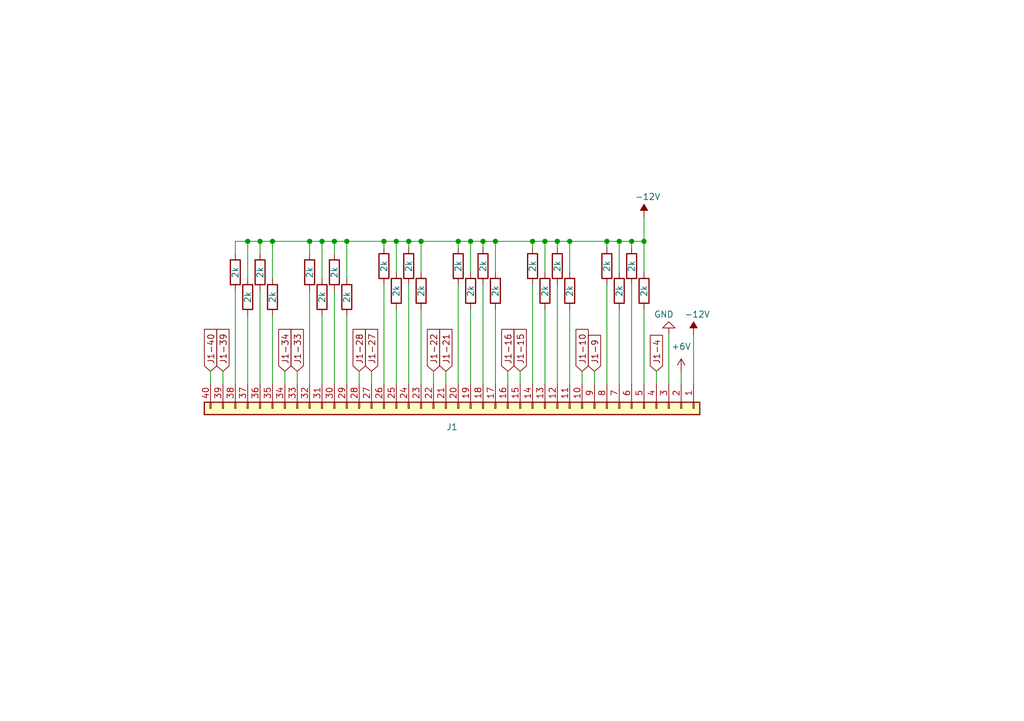
<source format=kicad_sch>
(kicad_sch (version 20250114) (generator "eeschema") (generator_version "9.0")
  (paper "A5")
  (lib_symbols
    (symbol "Connector_Generic:Conn_01x40" (pin_names (offset 1.016) (hide yes))
      (property "Reference" "J" (at 0 50.8 0))
      (property "Value" "Conn_01x40" (at 0 -53.34 0))
      (symbol "Conn_01x40_1_1"
        (rectangle (start -1.27 49.53) (end 1.27 -52.07) (stroke (width 0.254)) (fill (type background)))
        (rectangle (start -1.27 48.387) (end 0 48.133) (stroke (width 0.1524)))
        (rectangle (start -1.27 45.847) (end 0 45.593) (stroke (width 0.1524)))
        (rectangle (start -1.27 43.307) (end 0 43.053) (stroke (width 0.1524)))
        (rectangle (start -1.27 40.767) (end 0 40.513) (stroke (width 0.1524)))
        (rectangle (start -1.27 38.227) (end 0 37.973) (stroke (width 0.1524)))
        (rectangle (start -1.27 35.687) (end 0 35.433) (stroke (width 0.1524)))
        (rectangle (start -1.27 33.147) (end 0 32.893) (stroke (width 0.1524)))
        (rectangle (start -1.27 30.607) (end 0 30.353) (stroke (width 0.1524)))
        (rectangle (start -1.27 28.067) (end 0 27.813) (stroke (width 0.1524)))
        (rectangle (start -1.27 25.527) (end 0 25.273) (stroke (width 0.1524)))
        (rectangle (start -1.27 22.987) (end 0 22.733) (stroke (width 0.1524)))
        (rectangle (start -1.27 20.447) (end 0 20.193) (stroke (width 0.1524)))
        (rectangle (start -1.27 17.907) (end 0 17.653) (stroke (width 0.1524)))
        (rectangle (start -1.27 15.367) (end 0 15.113) (stroke (width 0.1524)))
        (rectangle (start -1.27 12.827) (end 0 12.573) (stroke (width 0.1524)))
        (rectangle (start -1.27 10.287) (end 0 10.033) (stroke (width 0.1524)))
        (rectangle (start -1.27 7.747) (end 0 7.493) (stroke (width 0.1524)))
        (rectangle (start -1.27 5.207) (end 0 4.953) (stroke (width 0.1524)))
        (rectangle (start -1.27 2.667) (end 0 2.413) (stroke (width 0.1524)))
        (rectangle (start -1.27 0.127) (end 0 -0.127) (stroke (width 0.1524)))
        (rectangle (start -1.27 -2.413) (end 0 -2.667) (stroke (width 0.1524)))
        (rectangle (start -1.27 -4.953) (end 0 -5.207) (stroke (width 0.1524)))
        (rectangle (start -1.27 -7.493) (end 0 -7.747) (stroke (width 0.1524)))
        (rectangle (start -1.27 -10.033) (end 0 -10.287) (stroke (width 0.1524)))
        (rectangle (start -1.27 -12.573) (end 0 -12.827) (stroke (width 0.1524)))
        (rectangle (start -1.27 -15.113) (end 0 -15.367) (stroke (width 0.1524)))
        (rectangle (start -1.27 -17.653) (end 0 -17.907) (stroke (width 0.1524)))
        (rectangle (start -1.27 -20.193) (end 0 -20.447) (stroke (width 0.1524)))
        (rectangle (start -1.27 -22.733) (end 0 -22.987) (stroke (width 0.1524)))
        (rectangle (start -1.27 -25.273) (end 0 -25.527) (stroke (width 0.1524)))
        (rectangle (start -1.27 -27.813) (end 0 -28.067) (stroke (width 0.1524)))
        (rectangle (start -1.27 -30.353) (end 0 -30.607) (stroke (width 0.1524)))
        (rectangle (start -1.27 -32.893) (end 0 -33.147) (stroke (width 0.1524)))
        (rectangle (start -1.27 -35.433) (end 0 -35.687) (stroke (width 0.1524)))
        (rectangle (start -1.27 -37.973) (end 0 -38.227) (stroke (width 0.1524)))
        (rectangle (start -1.27 -40.513) (end 0 -40.767) (stroke (width 0.1524)))
        (rectangle (start -1.27 -43.053) (end 0 -43.307) (stroke (width 0.1524)))
        (rectangle (start -1.27 -45.593) (end 0 -45.847) (stroke (width 0.1524)))
        (rectangle (start -1.27 -48.133) (end 0 -48.387) (stroke (width 0.1524)))
        (rectangle (start -1.27 -50.673) (end 0 -50.927) (stroke (width 0.1524)))
        (pin passive line (at -5.08 48.26 0) (length 3.81) (name "Pin_1") (number "1"))
        (pin passive line (at -5.08 45.72 0) (length 3.81) (name "Pin_2") (number "2"))
        (pin passive line (at -5.08 43.18 0) (length 3.81) (name "Pin_3") (number "3"))
        (pin passive line (at -5.08 40.64 0) (length 3.81) (name "Pin_4") (number "4"))
        (pin passive line (at -5.08 38.1 0) (length 3.81) (name "Pin_5") (number "5"))
        (pin passive line (at -5.08 35.56 0) (length 3.81) (name "Pin_6") (number "6"))
        (pin passive line (at -5.08 33.02 0) (length 3.81) (name "Pin_7") (number "7"))
        (pin passive line (at -5.08 30.48 0) (length 3.81) (name "Pin_8") (number "8"))
        (pin passive line (at -5.08 27.94 0) (length 3.81) (name "Pin_9") (number "9"))
        (pin passive line (at -5.08 25.4 0) (length 3.81) (name "Pin_10") (number "10"))
        (pin passive line (at -5.08 22.86 0) (length 3.81) (name "Pin_11") (number "11"))
        (pin passive line (at -5.08 20.32 0) (length 3.81) (name "Pin_12") (number "12"))
        (pin passive line (at -5.08 17.78 0) (length 3.81) (name "Pin_13") (number "13"))
        (pin passive line (at -5.08 15.24 0) (length 3.81) (name "Pin_14") (number "14"))
        (pin passive line (at -5.08 12.7 0) (length 3.81) (name "Pin_15") (number "15"))
        (pin passive line (at -5.08 10.16 0) (length 3.81) (name "Pin_16") (number "16"))
        (pin passive line (at -5.08 7.62 0) (length 3.81) (name "Pin_17") (number "17"))
        (pin passive line (at -5.08 5.08 0) (length 3.81) (name "Pin_18") (number "18"))
        (pin passive line (at -5.08 2.54 0) (length 3.81) (name "Pin_19") (number "19"))
        (pin passive line (at -5.08 0 0) (length 3.81) (name "Pin_20") (number "20"))
        (pin passive line (at -5.08 -2.54 0) (length 3.81) (name "Pin_21") (number "21"))
        (pin passive line (at -5.08 -5.08 0) (length 3.81) (name "Pin_22") (number "22"))
        (pin passive line (at -5.08 -7.62 0) (length 3.81) (name "Pin_23") (number "23"))
        (pin passive line (at -5.08 -10.16 0) (length 3.81) (name "Pin_24") (number "24"))
        (pin passive line (at -5.08 -12.7 0) (length 3.81) (name "Pin_25") (number "25"))
        (pin passive line (at -5.08 -15.24 0) (length 3.81) (name "Pin_26") (number "26"))
        (pin passive line (at -5.08 -17.78 0) (length 3.81) (name "Pin_27") (number "27"))
        (pin passive line (at -5.08 -20.32 0) (length 3.81) (name "Pin_28") (number "28"))
        (pin passive line (at -5.08 -22.86 0) (length 3.81) (name "Pin_29") (number "29"))
        (pin passive line (at -5.08 -25.4 0) (length 3.81) (name "Pin_30") (number "30"))
        (pin passive line (at -5.08 -27.94 0) (length 3.81) (name "Pin_31") (number "31"))
        (pin passive line (at -5.08 -30.48 0) (length 3.81) (name "Pin_32") (number "32"))
        (pin passive line (at -5.08 -33.02 0) (length 3.81) (name "Pin_33") (number "33"))
        (pin passive line (at -5.08 -35.56 0) (length 3.81) (name "Pin_34") (number "34"))
        (pin passive line (at -5.08 -38.1 0) (length 3.81) (name "Pin_35") (number "35"))
        (pin passive line (at -5.08 -40.64 0) (length 3.81) (name "Pin_36") (number "36"))
        (pin passive line (at -5.08 -43.18 0) (length 3.81) (name "Pin_37") (number "37"))
        (pin passive line (at -5.08 -45.72 0) (length 3.81) (name "Pin_38") (number "38"))
        (pin passive line (at -5.08 -48.26 0) (length 3.81) (name "Pin_39") (number "39"))
        (pin passive line (at -5.08 -50.8 0) (length 3.81) (name "Pin_40") (number "40"))
      )
    )
    (symbol "Device:R" (pin_numbers (hide yes)) (pin_names (offset 0))
      (property "Reference" "R" (at 2.032 0 90))
      (property "Value" "R" (at 0 0 90))
      (symbol "R_0_1"
        (rectangle (start -1.016 -2.54) (end 1.016 2.54) (stroke (width 0.254)))
      )
      (symbol "R_1_1"
        (pin passive line (at 0 3.81 270) (length 1.27) (name "~") (number "1"))
        (pin passive line (at 0 -3.81 90) (length 1.27) (name "~") (number "2"))
      )
    )
    (symbol "power:+6V" (power) (pin_numbers (hide yes)) (pin_names (offset 0) (hide yes))
      (property "Value" "+6V" (at 0 3.556 0))
      (symbol "+6V_0_1"
        (polyline (pts (xy -0.762 1.27) (xy 0 2.54)))
        (polyline (pts (xy 0 2.54) (xy 0.762 1.27)))
        (polyline (pts (xy 0 0) (xy 0 2.54)))
      )
      (symbol "+6V_1_1"
        (pin power_in line (at 0 0 90) (length 0) (name "~") (number "1"))
      )
    )
    (symbol "power:-12V" (power) (pin_numbers (hide yes)) (pin_names (offset 0) (hide yes))
      (property "Value" "-12V" (at 0 3.556 0))
      (symbol "-12V_0_0"
        (pin power_in line (at 0 0 90) (length 0) (name "~") (number "1"))
      )
      (symbol "-12V_0_1"
        (polyline (pts (xy 0 0) (xy 0 1.27) (xy 0.762 1.27) (xy 0 2.54) (xy -0.762 1.27) (xy 0 1.27)) (fill (type outline)))
      )
    )
    (symbol "power:GND" (power) (pin_numbers (hide yes)) (pin_names (offset 0) (hide yes))
      (property "Value" "GND" (at 0 -3.81 0))
      (symbol "GND_0_1"
        (polyline (pts (xy 0 0) (xy 0 -1.27) (xy 1.27 -1.27) (xy 0 -2.54) (xy -1.27 -1.27) (xy 0 -1.27)))
      )
      (symbol "GND_1_1"
        (pin power_in line (at 0 0 270) (length 0) (name "~") (number "1"))
      )
    )
  )
  (junction (at 114.3 49.53))
  (junction (at 66.04 49.53))
  (junction (at 81.28 49.53))
  (junction (at 116.84 49.53))
  (junction (at 93.98 49.53))
  (junction (at 96.52 49.53))
  (junction (at 124.46 49.53))
  (junction (at 50.8 49.53))
  (junction (at 68.58 49.53))
  (junction (at 109.22 49.53))
  (junction (at 111.76 49.53))
  (junction (at 132.08 49.53))
  (junction (at 101.6 49.53))
  (junction (at 71.12 49.53))
  (junction (at 63.5 49.53))
  (junction (at 129.54 49.53))
  (junction (at 127 49.53))
  (junction (at 53.34 49.53))
  (junction (at 83.82 49.53))
  (junction (at 86.36 49.53))
  (junction (at 78.74 49.53))
  (junction (at 55.88 49.53))
  (junction (at 99.06 49.53))
  (wire (pts (xy 109.22 49.53) (xy 109.22 50.8)))
  (wire (pts (xy 71.12 49.53) (xy 71.12 57.15)))
  (wire (pts (xy 109.22 58.42) (xy 109.22 78.74)))
  (wire (pts (xy 48.26 52.07) (xy 48.26 49.53)))
  (wire (pts (xy 116.84 49.53) (xy 116.84 55.88)))
  (wire (pts (xy 96.52 63.5) (xy 96.52 78.74)))
  (wire (pts (xy 86.36 63.5) (xy 86.36 78.74)))
  (wire (pts (xy 137.16 68.58) (xy 137.16 78.74)))
  (wire (pts (xy 58.42 76.2) (xy 58.42 78.74)))
  (wire (pts (xy 99.06 49.53) (xy 101.6 49.53)))
  (wire (pts (xy 66.04 49.53) (xy 66.04 57.15)))
  (wire (pts (xy 53.34 52.07) (xy 53.34 49.53)))
  (wire (pts (xy 50.8 49.53) (xy 53.34 49.53)))
  (wire (pts (xy 83.82 58.42) (xy 83.82 78.74)))
  (wire (pts (xy 63.5 59.69) (xy 63.5 78.74)))
  (wire (pts (xy 83.82 49.53) (xy 83.82 50.8)))
  (wire (pts (xy 53.34 59.69) (xy 53.34 78.74)))
  (wire (pts (xy 93.98 49.53) (xy 93.98 50.8)))
  (wire (pts (xy 81.28 63.5) (xy 81.28 78.74)))
  (wire (pts (xy 129.54 50.8) (xy 129.54 49.53)))
  (wire (pts (xy 114.3 58.42) (xy 114.3 78.74)))
  (wire (pts (xy 48.26 49.53) (xy 50.8 49.53)))
  (wire (pts (xy 114.3 49.53) (xy 114.3 50.8)))
  (wire (pts (xy 127 49.53) (xy 127 55.88)))
  (wire (pts (xy 68.58 59.69) (xy 68.58 78.74)))
  (wire (pts (xy 76.2 76.2) (xy 76.2 78.74)))
  (wire (pts (xy 129.54 49.53) (xy 132.08 49.53)))
  (wire (pts (xy 73.66 76.2) (xy 73.66 78.74)))
  (wire (pts (xy 124.46 49.53) (xy 127 49.53)))
  (wire (pts (xy 78.74 49.53) (xy 81.28 49.53)))
  (wire (pts (xy 81.28 49.53) (xy 83.82 49.53)))
  (wire (pts (xy 66.04 49.53) (xy 68.58 49.53)))
  (wire (pts (xy 116.84 49.53) (xy 124.46 49.53)))
  (wire (pts (xy 66.04 64.77) (xy 66.04 78.74)))
  (wire (pts (xy 93.98 49.53) (xy 96.52 49.53)))
  (wire (pts (xy 50.8 49.53) (xy 50.8 57.15)))
  (wire (pts (xy 53.34 49.53) (xy 55.88 49.53)))
  (wire (pts (xy 71.12 49.53) (xy 78.74 49.53)))
  (wire (pts (xy 43.18 76.2) (xy 43.18 78.74)))
  (wire (pts (xy 81.28 49.53) (xy 81.28 55.88)))
  (wire (pts (xy 104.14 76.2) (xy 104.14 78.74)))
  (wire (pts (xy 78.74 49.53) (xy 78.74 50.8)))
  (wire (pts (xy 111.76 49.53) (xy 114.3 49.53)))
  (wire (pts (xy 121.92 76.2) (xy 121.92 78.74)))
  (wire (pts (xy 50.8 64.77) (xy 50.8 78.74)))
  (wire (pts (xy 96.52 49.53) (xy 96.52 55.88)))
  (wire (pts (xy 114.3 49.53) (xy 116.84 49.53)))
  (wire (pts (xy 96.52 49.53) (xy 99.06 49.53)))
  (wire (pts (xy 99.06 49.53) (xy 99.06 50.8)))
  (wire (pts (xy 134.62 76.2) (xy 134.62 78.74)))
  (wire (pts (xy 91.44 76.2) (xy 91.44 78.74)))
  (wire (pts (xy 101.6 49.53) (xy 101.6 55.88)))
  (wire (pts (xy 109.22 49.53) (xy 111.76 49.53)))
  (wire (pts (xy 116.84 63.5) (xy 116.84 78.74)))
  (wire (pts (xy 132.08 49.53) (xy 132.08 55.88)))
  (wire (pts (xy 101.6 63.5) (xy 101.6 78.74)))
  (wire (pts (xy 55.88 49.53) (xy 63.5 49.53)))
  (wire (pts (xy 68.58 49.53) (xy 68.58 52.07)))
  (wire (pts (xy 60.96 76.2) (xy 60.96 78.74)))
  (wire (pts (xy 142.24 68.58) (xy 142.24 78.74)))
  (wire (pts (xy 93.98 58.42) (xy 93.98 78.74)))
  (wire (pts (xy 99.06 58.42) (xy 99.06 78.74)))
  (wire (pts (xy 48.26 59.69) (xy 48.26 78.74)))
  (wire (pts (xy 127 63.5) (xy 127 78.74)))
  (wire (pts (xy 45.72 76.2) (xy 45.72 78.74)))
  (wire (pts (xy 132.08 44.45) (xy 132.08 49.53)))
  (wire (pts (xy 55.88 49.53) (xy 55.88 57.15)))
  (wire (pts (xy 83.82 49.53) (xy 86.36 49.53)))
  (wire (pts (xy 139.7 76.2) (xy 139.7 78.74)))
  (wire (pts (xy 106.68 76.2) (xy 106.68 78.74)))
  (wire (pts (xy 127 49.53) (xy 129.54 49.53)))
  (wire (pts (xy 119.38 76.2) (xy 119.38 78.74)))
  (wire (pts (xy 63.5 52.07) (xy 63.5 49.53)))
  (wire (pts (xy 86.36 49.53) (xy 93.98 49.53)))
  (wire (pts (xy 68.58 49.53) (xy 71.12 49.53)))
  (wire (pts (xy 129.54 58.42) (xy 129.54 78.74)))
  (wire (pts (xy 124.46 49.53) (xy 124.46 50.8)))
  (wire (pts (xy 63.5 49.53) (xy 66.04 49.53)))
  (wire (pts (xy 71.12 64.77) (xy 71.12 78.74)))
  (wire (pts (xy 88.9 76.2) (xy 88.9 78.74)))
  (wire (pts (xy 132.08 63.5) (xy 132.08 78.74)))
  (wire (pts (xy 111.76 49.53) (xy 111.76 55.88)))
  (wire (pts (xy 111.76 63.5) (xy 111.76 78.74)))
  (wire (pts (xy 55.88 64.77) (xy 55.88 78.74)))
  (wire (pts (xy 86.36 55.88) (xy 86.36 49.53)))
  (wire (pts (xy 101.6 49.53) (xy 109.22 49.53)))
  (wire (pts (xy 78.74 58.42) (xy 78.74 78.74)))
  (wire (pts (xy 124.46 58.42) (xy 124.46 78.74)))
  (global_label "J1-16" (shape input) (at 104.14 76.2 90) (property "Intersheetrefs" "${INTERSHEET_REFS}" (effects (hide yes))))
  (global_label "J1-21" (shape input) (at 91.44 76.2 90) (property "Intersheetrefs" "${INTERSHEET_REFS}" (effects (hide yes))))
  (global_label "J1-27" (shape input) (at 76.2 76.2 90) (property "Intersheetrefs" "${INTERSHEET_REFS}" (effects (hide yes))))
  (global_label "J1-40" (shape input) (at 43.18 76.2 90) (property "Intersheetrefs" "${INTERSHEET_REFS}" (effects (hide yes))))
  (global_label "J1-9" (shape input) (at 121.92 76.2 90) (property "Intersheetrefs" "${INTERSHEET_REFS}" (effects (hide yes))))
  (global_label "J1-39" (shape input) (at 45.72 76.2 90) (property "Intersheetrefs" "${INTERSHEET_REFS}" (effects (hide yes))))
  (global_label "J1-10" (shape input) (at 119.38 76.2 90) (property "Intersheetrefs" "${INTERSHEET_REFS}" (effects (hide yes))))
  (global_label "J1-15" (shape input) (at 106.68 76.2 90) (property "Intersheetrefs" "${INTERSHEET_REFS}" (effects (hide yes))))
  (global_label "J1-28" (shape input) (at 73.66 76.2 90) (property "Intersheetrefs" "${INTERSHEET_REFS}" (effects (hide yes))))
  (global_label "J1-34" (shape input) (at 58.42 76.2 90) (property "Intersheetrefs" "${INTERSHEET_REFS}" (effects (hide yes))))
  (global_label "J1-4" (shape input) (at 134.62 76.2 90) (property "Intersheetrefs" "${INTERSHEET_REFS}" (effects (hide yes))))
  (global_label "J1-22" (shape input) (at 88.9 76.2 90) (property "Intersheetrefs" "${INTERSHEET_REFS}" (effects (hide yes))))
  (global_label "J1-33" (shape input) (at 60.96 76.2 90) (property "Intersheetrefs" "${INTERSHEET_REFS}" (effects (hide yes))))
  (symbol (lib_id "Device:R") (at 71.12 60.96 0) (unit 1)
    (property "Reference" "R20" (effects (hide yes)))
    (property "Value" "2k" (at 71.12 62.23 90) (effects (justify left)))
    (property "Description" "Resistor" (effects (hide yes)))
  )
  (symbol (lib_id "power:-12V") (at 132.08 44.45 0) (unit 1)
    (property "Reference" "#PWR07" (effects (hide yes)))
    (property "Value" "-12V" (at 132.842 40.386 0))
    (property "Description" "Power symbol creates a global label with name \"-12V\"" (effects (hide yes)))
  )
  (symbol (lib_id "Device:R") (at 66.04 60.96 0) (unit 1)
    (property "Reference" "R18" (effects (hide yes)))
    (property "Value" "2k" (at 66.04 62.23 90) (effects (justify left)))
    (property "Description" "Resistor" (effects (hide yes)))
  )
  (symbol (lib_id "Device:R") (at 50.8 60.96 0) (unit 1)
    (property "Reference" "R22" (effects (hide yes)))
    (property "Value" "2k" (at 50.8 62.23 90) (effects (justify left)))
    (property "Description" "Resistor" (effects (hide yes)))
  )
  (symbol (lib_id "Device:R") (at 129.54 54.61 0) (unit 1)
    (property "Reference" "R1" (effects (hide yes)))
    (property "Value" "2k" (at 129.54 55.88 90) (effects (justify left)))
    (property "Description" "Resistor" (effects (hide yes)))
  )
  (symbol (lib_id "Device:R") (at 63.5 55.88 0) (unit 1)
    (property "Reference" "R17" (effects (hide yes)))
    (property "Value" "2k" (at 63.5 57.15 90) (effects (justify left)))
    (property "Description" "Resistor" (effects (hide yes)))
  )
  (symbol (lib_id "power:GND") (at 137.16 68.58 180) (unit 1)
    (property "Reference" "#PWR01" (effects (hide yes)))
    (property "Value" "GND" (at 136.144 64.516 0))
    (property "Description" "Power symbol creates a global label with name \"GND\" , ground" (effects (hide yes)))
  )
  (symbol (lib_id "power:+6V") (at 139.7 76.2 0) (unit 1)
    (property "Reference" "#PWR02" (effects (hide yes)))
    (property "Value" "+6V" (at 139.7 71.12 0))
    (property "Description" "Power symbol creates a global label with name \"+6V\"" (effects (hide yes)))
  )
  (symbol (lib_id "Device:R") (at 86.36 59.69 0) (unit 1)
    (property "Reference" "R16" (effects (hide yes)))
    (property "Value" "2k" (at 86.36 60.96 90) (effects (justify left)))
    (property "Description" "Resistor" (effects (hide yes)))
  )
  (symbol (lib_id "Device:R") (at 55.88 60.96 0) (unit 1)
    (property "Reference" "R24" (effects (hide yes)))
    (property "Value" "2k" (at 55.88 62.23 90) (effects (justify left)))
    (property "Description" "Resistor" (effects (hide yes)))
  )
  (symbol (lib_id "Device:R") (at 101.6 59.69 0) (unit 1)
    (property "Reference" "R12" (effects (hide yes)))
    (property "Value" "2k" (at 101.6 60.96 90) (effects (justify left)))
    (property "Description" "Resistor" (effects (hide yes)))
  )
  (symbol (lib_id "Device:R") (at 114.3 54.61 0) (unit 1)
    (property "Reference" "R7" (effects (hide yes)))
    (property "Value" "2k" (at 114.3 55.88 90) (effects (justify left)))
    (property "Description" "Resistor" (effects (hide yes)))
  )
  (symbol (lib_id "Device:R") (at 93.98 54.61 0) (unit 1)
    (property "Reference" "R9" (effects (hide yes)))
    (property "Value" "2k" (at 93.98 55.88 90) (effects (justify left)))
    (property "Description" "Resistor" (effects (hide yes)))
  )
  (symbol (lib_id "power:-12V") (at 142.24 68.58 0) (unit 1)
    (property "Reference" "#PWR06" (effects (hide yes)))
    (property "Value" "-12V" (at 143.002 64.516 0))
    (property "Description" "Power symbol creates a global label with name \"-12V\"" (effects (hide yes)))
  )
  (symbol (lib_id "Device:R") (at 83.82 54.61 0) (unit 1)
    (property "Reference" "R15" (effects (hide yes)))
    (property "Value" "2k" (at 83.82 55.88 90) (effects (justify left)))
    (property "Description" "Resistor" (effects (hide yes)))
  )
  (symbol (lib_id "Device:R") (at 109.22 54.61 0) (unit 1)
    (property "Reference" "R5" (effects (hide yes)))
    (property "Value" "2k" (at 109.22 55.88 90) (effects (justify left)))
    (property "Description" "Resistor" (effects (hide yes)))
  )
  (symbol (lib_id "Device:R") (at 111.76 59.69 0) (unit 1)
    (property "Reference" "R6" (effects (hide yes)))
    (property "Value" "2k" (at 111.76 60.96 90) (effects (justify left)))
    (property "Description" "Resistor" (effects (hide yes)))
  )
  (symbol (lib_id "Device:R") (at 96.52 59.69 0) (unit 1)
    (property "Reference" "R10" (effects (hide yes)))
    (property "Value" "2k" (at 96.52 60.96 90) (effects (justify left)))
    (property "Description" "Resistor" (effects (hide yes)))
  )
  (symbol (lib_id "Device:R") (at 127 59.69 0) (unit 1)
    (property "Reference" "R4" (effects (hide yes)))
    (property "Value" "2k" (at 127 60.96 90) (effects (justify left)))
    (property "Description" "Resistor" (effects (hide yes)))
  )
  (symbol (lib_id "Device:R") (at 116.84 59.69 0) (unit 1)
    (property "Reference" "R8" (effects (hide yes)))
    (property "Value" "2k" (at 116.84 60.96 90) (effects (justify left)))
    (property "Description" "Resistor" (effects (hide yes)))
  )
  (symbol (lib_id "Device:R") (at 132.08 59.69 0) (unit 1)
    (property "Reference" "R2" (effects (hide yes)))
    (property "Value" "2k" (at 132.08 60.96 90) (effects (justify left)))
    (property "Description" "Resistor" (effects (hide yes)))
  )
  (symbol (lib_id "Device:R") (at 99.06 54.61 0) (unit 1)
    (property "Reference" "R11" (effects (hide yes)))
    (property "Value" "2k" (at 99.06 55.88 90) (effects (justify left)))
    (property "Description" "Resistor" (effects (hide yes)))
  )
  (symbol (lib_id "Device:R") (at 68.58 55.88 0) (unit 1)
    (property "Reference" "R19" (effects (hide yes)))
    (property "Value" "2k" (at 68.58 57.15 90) (effects (justify left)))
    (property "Description" "Resistor" (effects (hide yes)))
  )
  (symbol (lib_id "Device:R") (at 124.46 54.61 0) (unit 1)
    (property "Reference" "R3" (effects (hide yes)))
    (property "Value" "2k" (at 124.46 55.88 90) (effects (justify left)))
    (property "Description" "Resistor" (effects (hide yes)))
  )
  (symbol (lib_id "Device:R") (at 78.74 54.61 0) (unit 1)
    (property "Reference" "R13" (effects (hide yes)))
    (property "Value" "2k" (at 78.74 55.88 90) (effects (justify left)))
    (property "Description" "Resistor" (effects (hide yes)))
  )
  (symbol (lib_id "Device:R") (at 53.34 55.88 0) (unit 1)
    (property "Reference" "R23" (effects (hide yes)))
    (property "Value" "2k" (at 53.34 57.15 90) (effects (justify left)))
    (property "Description" "Resistor" (effects (hide yes)))
  )
  (symbol (lib_id "Connector_Generic:Conn_01x40") (at 93.98 83.82 270) (unit 1)
    (property "Reference" "J1" (at 92.71 87.63 90))
    (property "Value" "Conn_01x40" (effects (hide yes)))
    (property "Description" "Generic connector, single row, 01x40, script generated (kicad-library-utils/schlib/autogen/connector/)" (effects (hide yes)))
  )
  (symbol (lib_id "Device:R") (at 48.26 55.88 0) (unit 1)
    (property "Reference" "R21" (effects (hide yes)))
    (property "Value" "2k" (at 48.26 57.15 90) (effects (justify left)))
    (property "Description" "Resistor" (effects (hide yes)))
  )
  (symbol (lib_id "Device:R") (at 81.28 59.69 0) (unit 1)
    (property "Reference" "R14" (effects (hide yes)))
    (property "Value" "2k" (at 81.28 60.96 90) (effects (justify left)))
    (property "Description" "Resistor" (effects (hide yes)))
  )
)
</source>
